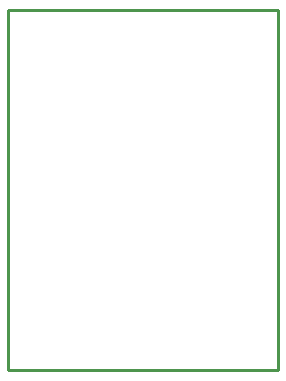
<source format=gbr>
G04 EAGLE Gerber RS-274X export*
G75*
%MOMM*%
%FSLAX34Y34*%
%LPD*%
%IN*%
%IPPOS*%
%AMOC8*
5,1,8,0,0,1.08239X$1,22.5*%
G01*
%ADD10C,0.254000*%


D10*
X0Y0D02*
X228600Y0D01*
X228600Y304800D01*
X0Y304800D01*
X0Y0D01*
M02*

</source>
